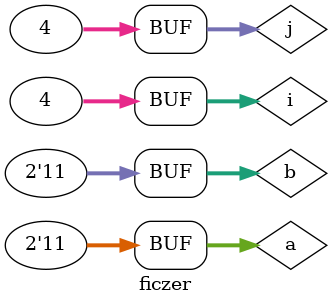
<source format=v>
`timescale 1ns / 1ps


module ficzer;

	// Inputs
	reg [1:0] a;
	reg [1:0] b;

	// Outputs
	wire [2:0] y;

	// Instantiate the Unit Under Test (UUT)
	modulo uut (
		.a(a), 
		.b(b), 
		.y(y)
	);
	
	integer i=0,j=0;
	
	initial begin
		for( i=0; i<4; i=i+1 ) begin 
			for( j=0; j<4; j=j+1 ) begin 
				a = i; b = j; #10;
			end
		end 
	end
      
endmodule


</source>
